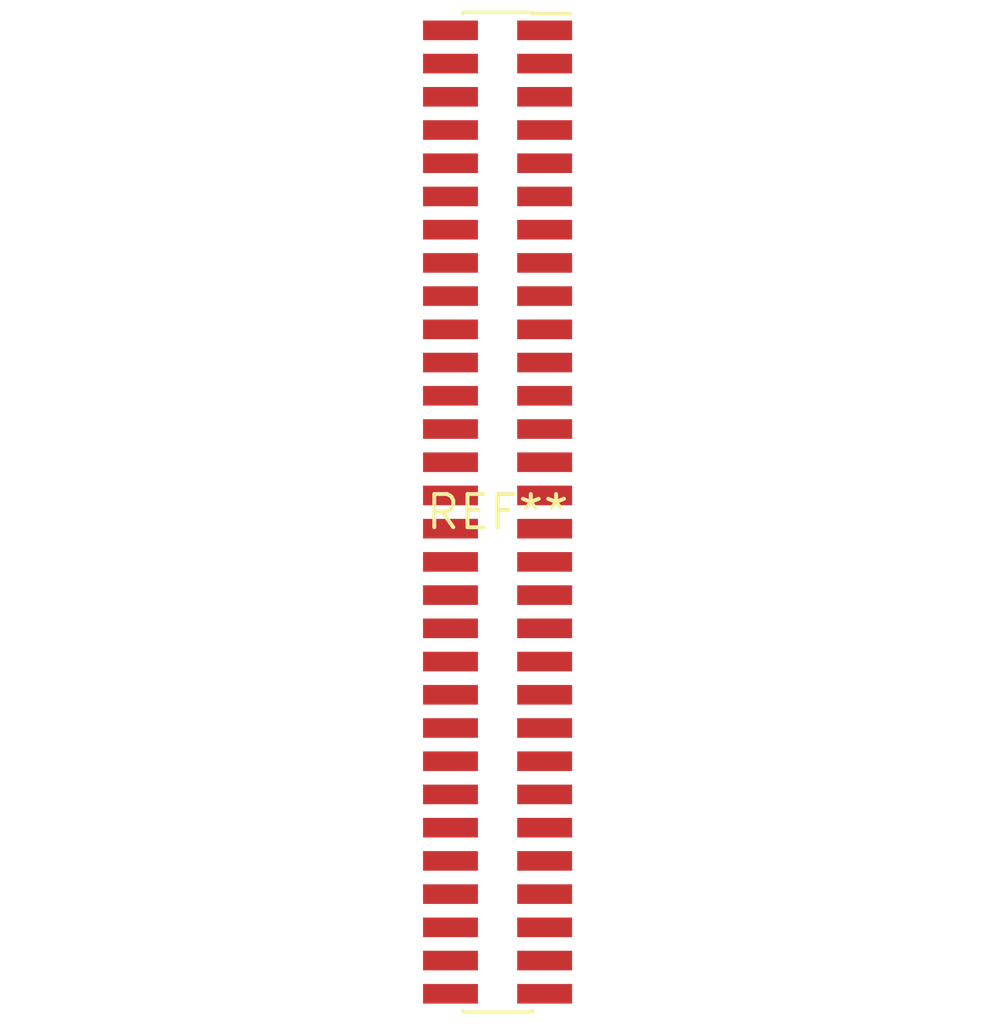
<source format=kicad_pcb>
(kicad_pcb (version 20240108) (generator pcbnew)
  (layers (0 "F.Cu" signal) (31 "B.Cu" signal) (34 "B.Paste" user) (35 "F.Paste" user) (36 "B.SilkS" user "B.Silkscreen") (37 "F.SilkS" user "F.Silkscreen") (38 "B.Mask" user) (39 "F.Mask" user) (44 "Edge.Cuts" user))
  (net 0 "")
  (footprint "PinSocket_2x30_P1.27mm_Vertical_SMD" (layer "F.Cu") (at 0 0)
    (property "Reference" "REF**")
    (property "Value" "PinSocket_2x30_P1.27mm_Vertical_SMD")
    (fp_line (start -1.33 -19.11) (end -1.33 -19.05) (layer "F.SilkS") (stroke (width 0.12)))
    (fp_line (start -1.33 -19.11) (end 1.33 -19.11) (layer "F.SilkS") (stroke (width 0.12)))
    (fp_line (start -1.33 19.05) (end -1.33 19.11) (layer "F.SilkS") (stroke (width 0.12)))
    (fp_line (start -1.33 19.11) (end 1.33 19.11) (layer "F.SilkS") (stroke (width 0.12)))
    (fp_line (start 1.33 -19.11) (end 1.33 -19.05) (layer "F.SilkS") (stroke (width 0.12)))
    (fp_line (start 1.33 -19.05) (end 2.79 -19.05) (layer "F.SilkS") (stroke (width 0.12)))
    (fp_line (start 1.33 19.05) (end 1.33 19.11) (layer "F.SilkS") (stroke (width 0.12)))
    (pad "1" smd rect (at 1.8 -18.415) (size 2.1 0.75) (layers "F.Cu" "F.Paste" "F.Mask"))
    (pad "2" smd rect (at -1.8 -18.415) (size 2.1 0.75) (layers "F.Cu" "F.Paste" "F.Mask"))
    (pad "3" smd rect (at 1.8 -17.145) (size 2.1 0.75) (layers "F.Cu" "F.Paste" "F.Mask"))
    (pad "4" smd rect (at -1.8 -17.145) (size 2.1 0.75) (layers "F.Cu" "F.Paste" "F.Mask"))
    (pad "5" smd rect (at 1.8 -15.875) (size 2.1 0.75) (layers "F.Cu" "F.Paste" "F.Mask"))
    (pad "6" smd rect (at -1.8 -15.875) (size 2.1 0.75) (layers "F.Cu" "F.Paste" "F.Mask"))
    (pad "7" smd rect (at 1.8 -14.605) (size 2.1 0.75) (layers "F.Cu" "F.Paste" "F.Mask"))
    (pad "8" smd rect (at -1.8 -14.605) (size 2.1 0.75) (layers "F.Cu" "F.Paste" "F.Mask"))
    (pad "9" smd rect (at 1.8 -13.335) (size 2.1 0.75) (layers "F.Cu" "F.Paste" "F.Mask"))
    (pad "10" smd rect (at -1.8 -13.335) (size 2.1 0.75) (layers "F.Cu" "F.Paste" "F.Mask"))
    (pad "11" smd rect (at 1.8 -12.065) (size 2.1 0.75) (layers "F.Cu" "F.Paste" "F.Mask"))
    (pad "12" smd rect (at -1.8 -12.065) (size 2.1 0.75) (layers "F.Cu" "F.Paste" "F.Mask"))
    (pad "13" smd rect (at 1.8 -10.795) (size 2.1 0.75) (layers "F.Cu" "F.Paste" "F.Mask"))
    (pad "14" smd rect (at -1.8 -10.795) (size 2.1 0.75) (layers "F.Cu" "F.Paste" "F.Mask"))
    (pad "15" smd rect (at 1.8 -9.525) (size 2.1 0.75) (layers "F.Cu" "F.Paste" "F.Mask"))
    (pad "16" smd rect (at -1.8 -9.525) (size 2.1 0.75) (layers "F.Cu" "F.Paste" "F.Mask"))
    (pad "17" smd rect (at 1.8 -8.255) (size 2.1 0.75) (layers "F.Cu" "F.Paste" "F.Mask"))
    (pad "18" smd rect (at -1.8 -8.255) (size 2.1 0.75) (layers "F.Cu" "F.Paste" "F.Mask"))
    (pad "19" smd rect (at 1.8 -6.985) (size 2.1 0.75) (layers "F.Cu" "F.Paste" "F.Mask"))
    (pad "20" smd rect (at -1.8 -6.985) (size 2.1 0.75) (layers "F.Cu" "F.Paste" "F.Mask"))
    (pad "21" smd rect (at 1.8 -5.715) (size 2.1 0.75) (layers "F.Cu" "F.Paste" "F.Mask"))
    (pad "22" smd rect (at -1.8 -5.715) (size 2.1 0.75) (layers "F.Cu" "F.Paste" "F.Mask"))
    (pad "23" smd rect (at 1.8 -4.445) (size 2.1 0.75) (layers "F.Cu" "F.Paste" "F.Mask"))
    (pad "24" smd rect (at -1.8 -4.445) (size 2.1 0.75) (layers "F.Cu" "F.Paste" "F.Mask"))
    (pad "25" smd rect (at 1.8 -3.175) (size 2.1 0.75) (layers "F.Cu" "F.Paste" "F.Mask"))
    (pad "26" smd rect (at -1.8 -3.175) (size 2.1 0.75) (layers "F.Cu" "F.Paste" "F.Mask"))
    (pad "27" smd rect (at 1.8 -1.905) (size 2.1 0.75) (layers "F.Cu" "F.Paste" "F.Mask"))
    (pad "28" smd rect (at -1.8 -1.905) (size 2.1 0.75) (layers "F.Cu" "F.Paste" "F.Mask"))
    (pad "29" smd rect (at 1.8 -0.635) (size 2.1 0.75) (layers "F.Cu" "F.Paste" "F.Mask"))
    (pad "30" smd rect (at -1.8 -0.635) (size 2.1 0.75) (layers "F.Cu" "F.Paste" "F.Mask"))
    (pad "31" smd rect (at 1.8 0.635) (size 2.1 0.75) (layers "F.Cu" "F.Paste" "F.Mask"))
    (pad "32" smd rect (at -1.8 0.635) (size 2.1 0.75) (layers "F.Cu" "F.Paste" "F.Mask"))
    (pad "33" smd rect (at 1.8 1.905) (size 2.1 0.75) (layers "F.Cu" "F.Paste" "F.Mask"))
    (pad "34" smd rect (at -1.8 1.905) (size 2.1 0.75) (layers "F.Cu" "F.Paste" "F.Mask"))
    (pad "35" smd rect (at 1.8 3.175) (size 2.1 0.75) (layers "F.Cu" "F.Paste" "F.Mask"))
    (pad "36" smd rect (at -1.8 3.175) (size 2.1 0.75) (layers "F.Cu" "F.Paste" "F.Mask"))
    (pad "37" smd rect (at 1.8 4.445) (size 2.1 0.75) (layers "F.Cu" "F.Paste" "F.Mask"))
    (pad "38" smd rect (at -1.8 4.445) (size 2.1 0.75) (layers "F.Cu" "F.Paste" "F.Mask"))
    (pad "39" smd rect (at 1.8 5.715) (size 2.1 0.75) (layers "F.Cu" "F.Paste" "F.Mask"))
    (pad "40" smd rect (at -1.8 5.715) (size 2.1 0.75) (layers "F.Cu" "F.Paste" "F.Mask"))
    (pad "41" smd rect (at 1.8 6.985) (size 2.1 0.75) (layers "F.Cu" "F.Paste" "F.Mask"))
    (pad "42" smd rect (at -1.8 6.985) (size 2.1 0.75) (layers "F.Cu" "F.Paste" "F.Mask"))
    (pad "43" smd rect (at 1.8 8.255) (size 2.1 0.75) (layers "F.Cu" "F.Paste" "F.Mask"))
    (pad "44" smd rect (at -1.8 8.255) (size 2.1 0.75) (layers "F.Cu" "F.Paste" "F.Mask"))
    (pad "45" smd rect (at 1.8 9.525) (size 2.1 0.75) (layers "F.Cu" "F.Paste" "F.Mask"))
    (pad "46" smd rect (at -1.8 9.525) (size 2.1 0.75) (layers "F.Cu" "F.Paste" "F.Mask"))
    (pad "47" smd rect (at 1.8 10.795) (size 2.1 0.75) (layers "F.Cu" "F.Paste" "F.Mask"))
    (pad "48" smd rect (at -1.8 10.795) (size 2.1 0.75) (layers "F.Cu" "F.Paste" "F.Mask"))
    (pad "49" smd rect (at 1.8 12.065) (size 2.1 0.75) (layers "F.Cu" "F.Paste" "F.Mask"))
    (pad "50" smd rect (at -1.8 12.065) (size 2.1 0.75) (layers "F.Cu" "F.Paste" "F.Mask"))
    (pad "51" smd rect (at 1.8 13.335) (size 2.1 0.75) (layers "F.Cu" "F.Paste" "F.Mask"))
    (pad "52" smd rect (at -1.8 13.335) (size 2.1 0.75) (layers "F.Cu" "F.Paste" "F.Mask"))
    (pad "53" smd rect (at 1.8 14.605) (size 2.1 0.75) (layers "F.Cu" "F.Paste" "F.Mask"))
    (pad "54" smd rect (at -1.8 14.605) (size 2.1 0.75) (layers "F.Cu" "F.Paste" "F.Mask"))
    (pad "55" smd rect (at 1.8 15.875) (size 2.1 0.75) (layers "F.Cu" "F.Paste" "F.Mask"))
    (pad "56" smd rect (at -1.8 15.875) (size 2.1 0.75) (layers "F.Cu" "F.Paste" "F.Mask"))
    (pad "57" smd rect (at 1.8 17.145) (size 2.1 0.75) (layers "F.Cu" "F.Paste" "F.Mask"))
    (pad "58" smd rect (at -1.8 17.145) (size 2.1 0.75) (layers "F.Cu" "F.Paste" "F.Mask"))
    (pad "59" smd rect (at 1.8 18.415) (size 2.1 0.75) (layers "F.Cu" "F.Paste" "F.Mask"))
    (pad "60" smd rect (at -1.8 18.415) (size 2.1 0.75) (layers "F.Cu" "F.Paste" "F.Mask"))
  )
)
</source>
